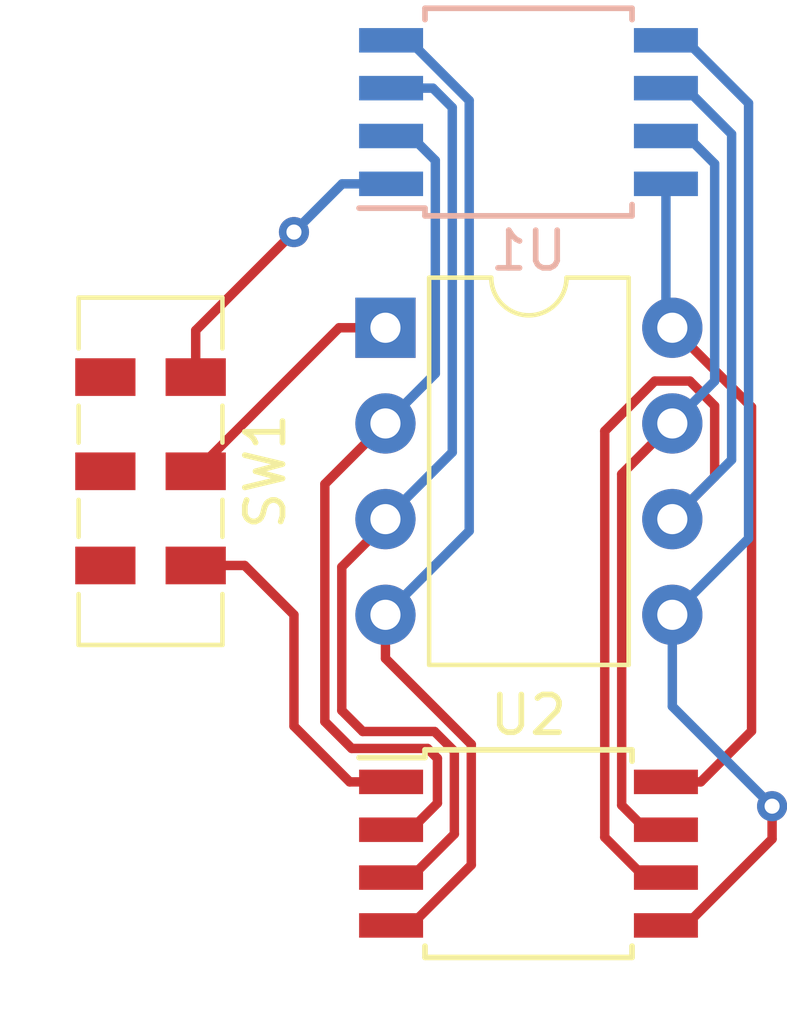
<source format=kicad_pcb>
(kicad_pcb (version 20221018) (generator pcbnew)
  (layers (0 "F.Cu" signal) (31 "B.Cu" signal) (34 "B.Paste" user) (35 "F.Paste" user) (36 "B.SilkS" user "B.Silkscreen") (37 "F.SilkS" user "F.Silkscreen") (38 "B.Mask" user) (39 "F.Mask" user) (44 "Edge.Cuts" user))
  (net 0 "")
  (net 1 "/CS")
  (net 2 "/DO")
  (net 3 "/WP")
  (net 4 "GND")
  (net 5 "/DI")
  (net 6 "/CLK")
  (net 7 "/HOLD")
  (net 8 "VCC")
  (net 9 "Net-(SW1A-C)")
  (footprint "Package_DIP:DIP-8_W7.62mm" (layer "F.Cu") (at 146.06 92.72)
    (fp_text reference "J1" hide)
    (fp_text value "Conn_02x04_Counter_Clockwise" hide)
    (fp_line (start 1.16 -1.33) (end 1.16 8.95) (stroke (width 0.12)) (layer "F.SilkS"))
    (fp_line (start 1.16 8.95) (end 6.46 8.95) (stroke (width 0.12)) (layer "F.SilkS"))
    (fp_line (start 2.81 -1.33) (end 1.16 -1.33) (stroke (width 0.12)) (layer "F.SilkS"))
    (fp_line (start 6.46 -1.33) (end 4.81 -1.33) (stroke (width 0.12)) (layer "F.SilkS"))
    (fp_line (start 6.46 8.95) (end 6.46 -1.33) (stroke (width 0.12)) (layer "F.SilkS"))
    (fp_arc (start 4.81 -1.33) (mid 3.81 -0.33) (end 2.81 -1.33) (stroke (width 0.12)) (layer "F.SilkS"))
    (pad "1" thru_hole rect (at 0 0) (size 1.6 1.6) (drill 0.8) (layers "*.Cu" "*.Mask") (net 1 "/CS"))
    (pad "2" thru_hole oval (at 0 2.54) (size 1.6 1.6) (drill 0.8) (layers "*.Cu" "*.Mask") (net 2 "/DO"))
    (pad "3" thru_hole oval (at 0 5.08) (size 1.6 1.6) (drill 0.8) (layers "*.Cu" "*.Mask") (net 3 "/WP"))
    (pad "4" thru_hole oval (at 0 7.62) (size 1.6 1.6) (drill 0.8) (layers "*.Cu" "*.Mask") (net 4 "GND"))
    (pad "5" thru_hole oval (at 7.62 7.62) (size 1.6 1.6) (drill 0.8) (layers "*.Cu" "*.Mask") (net 5 "/DI"))
    (pad "6" thru_hole oval (at 7.62 5.08) (size 1.6 1.6) (drill 0.8) (layers "*.Cu" "*.Mask") (net 6 "/CLK"))
    (pad "7" thru_hole oval (at 7.62 2.54) (size 1.6 1.6) (drill 0.8) (layers "*.Cu" "*.Mask") (net 7 "/HOLD"))
    (pad "8" thru_hole oval (at 7.62 0) (size 1.6 1.6) (drill 0.8) (layers "*.Cu" "*.Mask") (net 8 "VCC"))
  )
  (footprint "Package_SO:SOIC-8W_5.3x5.3mm_P1.27mm" (layer "F.Cu") (at 149.86 106.68)
    (fp_text reference "U2" (at 0 -3.68) (layer "F.SilkS"))
    (fp_text value "W25Q64FVSS")
    (fp_line (start -2.75 -2.755) (end -2.75 -2.55) (stroke (width 0.15)) (layer "F.SilkS"))
    (fp_line (start -2.75 -2.755) (end 2.75 -2.755) (stroke (width 0.15)) (layer "F.SilkS"))
    (fp_line (start -2.75 -2.55) (end -4.5 -2.55) (stroke (width 0.15)) (layer "F.SilkS"))
    (fp_line (start -2.75 2.755) (end -2.75 2.455) (stroke (width 0.15)) (layer "F.SilkS"))
    (fp_line (start -2.75 2.755) (end 2.75 2.755) (stroke (width 0.15)) (layer "F.SilkS"))
    (fp_line (start 2.75 -2.755) (end 2.75 -2.455) (stroke (width 0.15)) (layer "F.SilkS"))
    (fp_line (start 2.75 2.755) (end 2.75 2.455) (stroke (width 0.15)) (layer "F.SilkS"))
    (pad "1" smd rect (at -3.65 -1.905) (size 1.7 0.65) (layers "F.Cu" "F.Paste" "F.Mask") (net 9 "Net-(SW1A-C)"))
    (pad "2" smd rect (at -3.65 -0.635) (size 1.7 0.65) (layers "F.Cu" "F.Paste" "F.Mask") (net 2 "/DO"))
    (pad "3" smd rect (at -3.65 0.635) (size 1.7 0.65) (layers "F.Cu" "F.Paste" "F.Mask") (net 3 "/WP"))
    (pad "4" smd rect (at -3.65 1.905) (size 1.7 0.65) (layers "F.Cu" "F.Paste" "F.Mask") (net 4 "GND"))
    (pad "5" smd rect (at 3.65 1.905) (size 1.7 0.65) (layers "F.Cu" "F.Paste" "F.Mask") (net 5 "/DI"))
    (pad "6" smd rect (at 3.65 0.635) (size 1.7 0.65) (layers "F.Cu" "F.Paste" "F.Mask") (net 6 "/CLK"))
    (pad "7" smd rect (at 3.65 -0.635) (size 1.7 0.65) (layers "F.Cu" "F.Paste" "F.Mask") (net 7 "/HOLD"))
    (pad "8" smd rect (at 3.65 -1.905) (size 1.7 0.65) (layers "F.Cu" "F.Paste" "F.Mask") (net 8 "VCC"))
  )
  (footprint "Button_Switch_SMD:SW_DPDT_CK_JS202011JCQN" (layer "F.Cu") (at 139.82 96.53 -90)
    (fp_text reference "SW1" (at 0 -3.05 90) (layer "F.SilkS"))
    (fp_text value "SW_DPDT_x2")
    (fp_line (start -4.61 -1.91) (end -4.61 1.91) (stroke (width 0.12)) (layer "F.SilkS"))
    (fp_line (start -4.61 1.91) (end -3.26 1.91) (stroke (width 0.12)) (layer "F.SilkS"))
    (fp_line (start -3.26 -1.91) (end -4.61 -1.91) (stroke (width 0.12)) (layer "F.SilkS"))
    (fp_line (start -0.76 -1.91) (end -1.74 -1.91) (stroke (width 0.12)) (layer "F.SilkS"))
    (fp_line (start -0.76 1.91) (end -1.74 1.91) (stroke (width 0.12)) (layer "F.SilkS"))
    (fp_line (start 1.74 -1.91) (end 0.76 -1.91) (stroke (width 0.12)) (layer "F.SilkS"))
    (fp_line (start 1.74 1.91) (end 0.76 1.91) (stroke (width 0.12)) (layer "F.SilkS"))
    (fp_line (start 4.61 -1.91) (end 3.26 -1.91) (stroke (width 0.12)) (layer "F.SilkS"))
    (fp_line (start 4.61 -1.91) (end 4.61 1.91) (stroke (width 0.12)) (layer "F.SilkS"))
    (fp_line (start 4.61 1.91) (end 3.26 1.91) (stroke (width 0.12)) (layer "F.SilkS"))
    (pad "1" smd rect (at -2.5 -1.2 270) (size 1 1.6) (layers "F.Cu" "F.Paste" "F.Mask") (net 1 "/CS"))
    (pad "2" smd rect (at 0 -1.2 270) (size 1 1.6) (layers "F.Cu" "F.Paste" "F.Mask") (net 1 "/CS"))
    (pad "3" smd rect (at 2.5 -1.2 270) (size 1 1.6) (layers "F.Cu" "F.Paste" "F.Mask") (net 9 "Net-(SW1A-C)"))
    (pad "4" smd rect (at -2.5 1.2 270) (size 1 1.6) (layers "F.Cu" "F.Paste" "F.Mask"))
    (pad "5" smd rect (at 0 1.2 270) (size 1 1.6) (layers "F.Cu" "F.Paste" "F.Mask"))
    (pad "6" smd rect (at 2.5 1.2 270) (size 1 1.6) (layers "F.Cu" "F.Paste" "F.Mask"))
  )
  (footprint "Package_SO:SOIC-8W_5.3x5.3mm_P1.27mm" (layer "B.Cu") (at 149.86 86.995)
    (fp_text reference "U1" (at 0 3.68) (layer "B.SilkS") (effects (justify mirror)))
    (fp_text value "W25Q64FVSS" hide)
    (fp_line (start -2.75 -2.755) (end -2.75 -2.455) (stroke (width 0.15)) (layer "B.SilkS"))
    (fp_line (start -2.75 -2.755) (end 2.75 -2.755) (stroke (width 0.15)) (layer "B.SilkS"))
    (fp_line (start -2.75 2.55) (end -4.5 2.55) (stroke (width 0.15)) (layer "B.SilkS"))
    (fp_line (start -2.75 2.755) (end -2.75 2.55) (stroke (width 0.15)) (layer "B.SilkS"))
    (fp_line (start -2.75 2.755) (end 2.75 2.755) (stroke (width 0.15)) (layer "B.SilkS"))
    (fp_line (start 2.75 -2.755) (end 2.75 -2.455) (stroke (width 0.15)) (layer "B.SilkS"))
    (fp_line (start 2.75 2.755) (end 2.75 2.455) (stroke (width 0.15)) (layer "B.SilkS"))
    (pad "1" smd rect (at -3.65 1.905) (size 1.7 0.65) (layers "B.Cu" "B.Paste" "B.Mask") (net 1 "/CS"))
    (pad "2" smd rect (at -3.65 0.635) (size 1.7 0.65) (layers "B.Cu" "B.Paste" "B.Mask") (net 2 "/DO"))
    (pad "3" smd rect (at -3.65 -0.635) (size 1.7 0.65) (layers "B.Cu" "B.Paste" "B.Mask") (net 3 "/WP"))
    (pad "4" smd rect (at -3.65 -1.905) (size 1.7 0.65) (layers "B.Cu" "B.Paste" "B.Mask") (net 4 "GND"))
    (pad "5" smd rect (at 3.65 -1.905) (size 1.7 0.65) (layers "B.Cu" "B.Paste" "B.Mask") (net 5 "/DI"))
    (pad "6" smd rect (at 3.65 -0.635) (size 1.7 0.65) (layers "B.Cu" "B.Paste" "B.Mask") (net 6 "/CLK"))
    (pad "7" smd rect (at 3.65 0.635) (size 1.7 0.65) (layers "B.Cu" "B.Paste" "B.Mask") (net 7 "/HOLD"))
    (pad "8" smd rect (at 3.65 1.905) (size 1.7 0.65) (layers "B.Cu" "B.Paste" "B.Mask") (net 8 "VCC"))
  )
  (segment (start 146.06 92.72) (end 144.83 92.72) (width 0.25) (layer "F.Cu") (net 1))
  (segment (start 144.83 92.72) (end 141.02 96.53) (width 0.25) (layer "F.Cu") (net 1))
  (segment (start 141.02 92.79) (end 143.63 90.18) (width 0.25) (layer "F.Cu") (net 1))
  (segment (start 141.02 94.03) (end 141.02 92.79) (width 0.25) (layer "F.Cu") (net 1))
  (via (at 143.63 90.18) (size 0.8) (drill 0.4) (layers "F.Cu" "B.Cu") (net 1))
  (segment (start 146.21 88.9) (end 144.91 88.9) (width 0.25) (layer "B.Cu") (net 1))
  (segment (start 144.91 88.9) (end 143.63 90.18) (width 0.25) (layer "B.Cu") (net 1))
  (segment (start 147.44 105.34) (end 146.735 106.045) (width 0.25) (layer "F.Cu") (net 2))
  (segment (start 146.06 95.26) (end 144.45 96.87) (width 0.25) (layer "F.Cu") (net 2))
  (segment (start 147.44 104.15) (end 147.44 105.34) (width 0.25) (layer "F.Cu") (net 2))
  (segment (start 146.735 106.045) (end 146.21 106.045) (width 0.25) (layer "F.Cu") (net 2))
  (segment (start 144.45 103.173604) (end 145.163198 103.886802) (width 0.25) (layer "F.Cu") (net 2))
  (segment (start 144.45 96.87) (end 144.45 103.173604) (width 0.25) (layer "F.Cu") (net 2))
  (segment (start 147.176802 103.886802) (end 147.44 104.15) (width 0.25) (layer "F.Cu") (net 2))
  (segment (start 145.163198 103.886802) (end 147.176802 103.886802) (width 0.25) (layer "F.Cu") (net 2))
  (segment (start 146.06 95.26) (end 147.385 93.935) (width 0.25) (layer "B.Cu") (net 2))
  (segment (start 146.735 87.63) (end 146.21 87.63) (width 0.25) (layer "B.Cu") (net 2))
  (segment (start 147.385 88.28) (end 146.735 87.63) (width 0.25) (layer "B.Cu") (net 2))
  (segment (start 147.385 93.935) (end 147.385 88.28) (width 0.25) (layer "B.Cu") (net 2))
  (segment (start 144.9 102.88) (end 145.456802 103.436802) (width 0.25) (layer "F.Cu") (net 3))
  (segment (start 147.89 103.963604) (end 147.89 106.16) (width 0.25) (layer "F.Cu") (net 3))
  (segment (start 146.17 97.8) (end 144.9 99.07) (width 0.25) (layer "F.Cu") (net 3))
  (segment (start 145.456802 103.436802) (end 147.363198 103.436802) (width 0.25) (layer "F.Cu") (net 3))
  (segment (start 146.735 107.315) (end 146.21 107.315) (width 0.25) (layer "F.Cu") (net 3))
  (segment (start 144.9 99.07) (end 144.9 102.88) (width 0.25) (layer "F.Cu") (net 3))
  (segment (start 147.89 106.16) (end 146.735 107.315) (width 0.25) (layer "F.Cu") (net 3))
  (segment (start 146.06 97.8) (end 146.17 97.8) (width 0.25) (layer "F.Cu") (net 3))
  (segment (start 147.363198 103.436802) (end 147.89 103.963604) (width 0.25) (layer "F.Cu") (net 3))
  (segment (start 146.06 97.8) (end 147.835 96.025) (width 0.25) (layer "B.Cu") (net 3))
  (segment (start 147.835 96.025) (end 147.835 86.875) (width 0.25) (layer "B.Cu") (net 3))
  (segment (start 147.835 86.875) (end 147.32 86.36) (width 0.25) (layer "B.Cu") (net 3))
  (segment (start 147.32 86.36) (end 146.21 86.36) (width 0.25) (layer "B.Cu") (net 3))
  (segment (start 148.34 106.98) (end 148.34 103.777208) (width 0.25) (layer "F.Cu") (net 4))
  (segment (start 146.735 108.585) (end 148.34 106.98) (width 0.25) (layer "F.Cu") (net 4))
  (segment (start 146.06 101.497208) (end 146.06 100.34) (width 0.25) (layer "F.Cu") (net 4))
  (segment (start 148.34 103.777208) (end 146.06 101.497208) (width 0.25) (layer "F.Cu") (net 4))
  (segment (start 146.21 108.585) (end 146.735 108.585) (width 0.25) (layer "F.Cu") (net 4))
  (segment (start 146.686396 85.09) (end 146.21 85.09) (width 0.25) (layer "B.Cu") (net 4))
  (segment (start 148.285 86.688604) (end 146.686396 85.09) (width 0.25) (layer "B.Cu") (net 4))
  (segment (start 148.285 98.115) (end 148.285 86.688604) (width 0.25) (layer "B.Cu") (net 4))
  (segment (start 146.06 100.34) (end 148.285 98.115) (width 0.25) (layer "B.Cu") (net 4))
  (segment (start 156.33 106.29) (end 156.33 105.42) (width 0.25) (layer "F.Cu") (net 5))
  (segment (start 153.51 108.585) (end 154.035 108.585) (width 0.25) (layer "F.Cu") (net 5))
  (segment (start 154.035 108.585) (end 156.33 106.29) (width 0.25) (layer "F.Cu") (net 5))
  (via (at 156.33 105.42) (size 0.8) (drill 0.4) (layers "F.Cu" "B.Cu") (net 5))
  (segment (start 155.705 86.76) (end 155.705 98.315) (width 0.25) (layer "B.Cu") (net 5))
  (segment (start 153.51 85.09) (end 154.035 85.09) (width 0.25) (layer "B.Cu") (net 5))
  (segment (start 153.68 100.34) (end 153.68 102.77) (width 0.25) (layer "B.Cu") (net 5))
  (segment (start 154.035 85.09) (end 155.705 86.76) (width 0.25) (layer "B.Cu") (net 5))
  (segment (start 155.705 98.315) (end 153.68 100.34) (width 0.25) (layer "B.Cu") (net 5))
  (segment (start 153.68 102.77) (end 156.33 105.42) (width 0.25) (layer "B.Cu") (net 5))
  (segment (start 153.214009 94.135) (end 154.145991 94.135) (width 0.25) (layer "F.Cu") (net 6))
  (segment (start 153.51 107.315) (end 154.035 107.315) (width 0.25) (layer "F.Cu") (net 6))
  (segment (start 154.805 94.794009) (end 154.805 96.675) (width 0.25) (layer "F.Cu") (net 6))
  (segment (start 153.51 107.315) (end 152.955 107.315) (width 0.25) (layer "F.Cu") (net 6))
  (segment (start 151.885 106.245) (end 151.885 95.464009) (width 0.25) (layer "F.Cu") (net 6))
  (segment (start 154.145991 94.135) (end 154.805 94.794009) (width 0.25) (layer "F.Cu") (net 6))
  (segment (start 151.885 95.464009) (end 153.214009 94.135) (width 0.25) (layer "F.Cu") (net 6))
  (segment (start 154.805 96.675) (end 153.68 97.8) (width 0.25) (layer "F.Cu") (net 6))
  (segment (start 152.955 107.315) (end 151.885 106.245) (width 0.25) (layer "F.Cu") (net 6))
  (segment (start 153.51 86.36) (end 154.035 86.36) (width 0.25) (layer "B.Cu") (net 6))
  (segment (start 155.255 87.58) (end 155.255 96.225) (width 0.25) (layer "B.Cu") (net 6))
  (segment (start 155.255 96.225) (end 153.68 97.8) (width 0.25) (layer "B.Cu") (net 6))
  (segment (start 154.035 86.36) (end 155.255 87.58) (width 0.25) (layer "B.Cu") (net 6))
  (segment (start 152.335 96.605) (end 153.68 95.26) (width 0.25) (layer "F.Cu") (net 7))
  (segment (start 153.51 106.045) (end 152.985 106.045) (width 0.25) (layer "F.Cu") (net 7))
  (segment (start 152.335 105.395) (end 152.335 96.605) (width 0.25) (layer "F.Cu") (net 7))
  (segment (start 152.985 106.045) (end 152.335 105.395) (width 0.25) (layer "F.Cu") (net 7))
  (segment (start 154.805 94.135) (end 153.68 95.26) (width 0.25) (layer "B.Cu") (net 7))
  (segment (start 154.805 88.37) (end 154.805 94.135) (width 0.25) (layer "B.Cu") (net 7))
  (segment (start 154.065 87.63) (end 154.805 88.37) (width 0.25) (layer "B.Cu") (net 7))
  (segment (start 153.51 87.63) (end 154.065 87.63) (width 0.25) (layer "B.Cu") (net 7))
  (segment (start 155.785 103.425) (end 154.435 104.775) (width 0.25) (layer "F.Cu") (net 8))
  (segment (start 154.435 104.775) (end 153.51 104.775) (width 0.25) (layer "F.Cu") (net 8))
  (segment (start 155.785 94.825) (end 155.785 103.425) (width 0.25) (layer "F.Cu") (net 8))
  (segment (start 153.68 92.72) (end 155.785 94.825) (width 0.25) (layer "F.Cu") (net 8))
  (segment (start 153.68 89.07) (end 153.51 88.9) (width 0.25) (layer "B.Cu") (net 8))
  (segment (start 153.51 88.9) (end 153.51 92.55) (width 0.25) (layer "B.Cu") (net 8))
  (segment (start 153.51 92.55) (end 153.68 92.72) (width 0.25) (layer "B.Cu") (net 8))
  (segment (start 143.63 103.295) (end 143.63 100.34) (width 0.25) (layer "F.Cu") (net 9))
  (segment (start 143.63 100.34) (end 142.32 99.03) (width 0.25) (layer "F.Cu") (net 9))
  (segment (start 142.32 99.03) (end 141.02 99.03) (width 0.25) (layer "F.Cu") (net 9))
  (segment (start 146.21 104.775) (end 145.11 104.775) (width 0.25) (layer "F.Cu") (net 9))
  (segment (start 145.11 104.775) (end 143.63 103.295) (width 0.25) (layer "F.Cu") (net 9))
)
</source>
